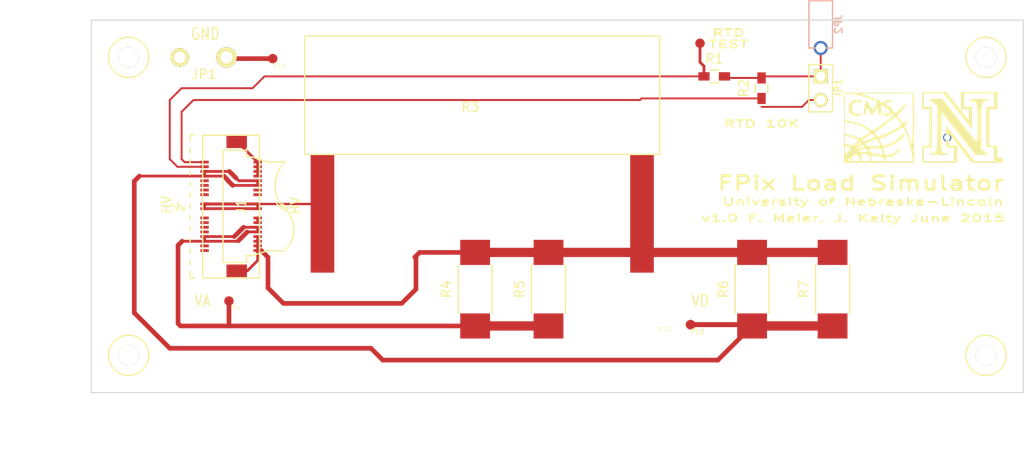
<source format=kicad_pcb>
(kicad_pcb (version 4) (host pcbnew "(2015-03-04 BZR 5478)-product")

  (general
    (links 31)
    (no_connects 10)
    (area 39.639417 57.327799 150.050001 108.524)
    (thickness 1.6)
    (drawings 28)
    (tracks 114)
    (zones 0)
    (modules 23)
    (nets 6)
  )

  (page A3)
  (layers
    (0 F.Cu signal)
    (1 Inner2.Cu power)
    (2 Inner1.Cu power)
    (31 B.Cu signal)
    (33 F.Adhes user)
    (35 F.Paste user)
    (37 F.SilkS user)
    (39 F.Mask user)
    (40 Dwgs.User user)
    (44 Edge.Cuts user)
  )

  (setup
    (last_trace_width 0.3)
    (user_trace_width 0.3)
    (user_trace_width 0.5)
    (user_trace_width 1)
    (trace_clearance 0.2)
    (zone_clearance 0.508)
    (zone_45_only no)
    (trace_min 0.1524)
    (segment_width 0.1524)
    (edge_width 0.1)
    (via_size 0.889)
    (via_drill 0.635)
    (via_min_size 0.889)
    (via_min_drill 0.508)
    (uvia_size 0.508)
    (uvia_drill 0.127)
    (uvias_allowed no)
    (uvia_min_size 0.508)
    (uvia_min_drill 0.127)
    (pcb_text_width 0.3)
    (pcb_text_size 1.27 0.762)
    (mod_edge_width 0.15)
    (mod_text_size 1 1)
    (mod_text_width 0.15)
    (pad_size 2.54 12.7)
    (pad_drill 0)
    (pad_to_mask_clearance 0)
    (aux_axis_origin 0 0)
    (visible_elements 7FFFF7FF)
    (pcbplotparams
      (layerselection 0x00030_80000001)
      (usegerberextensions false)
      (excludeedgelayer true)
      (linewidth 0.150000)
      (plotframeref false)
      (viasonmask false)
      (mode 1)
      (useauxorigin false)
      (hpglpennumber 1)
      (hpglpenspeed 20)
      (hpglpendiameter 15)
      (hpglpenoverlay 2)
      (psnegative false)
      (psa4output false)
      (plotreference true)
      (plotvalue true)
      (plotinvisibletext false)
      (padsonsilk false)
      (subtractmaskfromsilk false)
      (outputformat 5)
      (mirror false)
      (drillshape 0)
      (scaleselection 1)
      (outputdirectory ""))
  )

  (net 0 "")
  (net 1 GND)
  (net 2 HV)
  (net 3 N-0000016)
  (net 4 VA)
  (net 5 VD)

  (net_class Default "This is the default net class."
    (clearance 0.2)
    (trace_width 0.20828)
    (via_dia 0.889)
    (via_drill 0.635)
    (uvia_dia 0.508)
    (uvia_drill 0.127)
    (add_net N-0000016)
  )

  (net_class 115Ohm ""
    (clearance 0.1778)
    (trace_width 0.20828)
    (via_dia 0.889)
    (via_drill 0.635)
    (uvia_dia 0.508)
    (uvia_drill 0.127)
  )

  (net_class 60Ohm ""
    (clearance 0.1778)
    (trace_width 0.6858)
    (via_dia 0.889)
    (via_drill 0.635)
    (uvia_dia 0.508)
    (uvia_drill 0.127)
  )

  (net_class FAT ""
    (clearance 0.2)
    (trace_width 1)
    (via_dia 0.889)
    (via_drill 0.635)
    (uvia_dia 0.508)
    (uvia_drill 0.127)
  )

  (net_class HV ""
    (clearance 0.508)
    (trace_width 0.254)
    (via_dia 0.889)
    (via_drill 0.635)
    (uvia_dia 0.508)
    (uvia_drill 0.127)
    (add_net HV)
  )

  (net_class power ""
    (clearance 0.198)
    (trace_width 0.3)
    (via_dia 0.889)
    (via_drill 0.635)
    (uvia_dia 0.508)
    (uvia_drill 0.127)
    (add_net GND)
    (add_net VA)
    (add_net VD)
  )

  (module testpad (layer F.Cu) (tedit 55830AA4) (tstamp 558CBD83)
    (at 110.744 92.456)
    (path /527C4872)
    (fp_text reference P10 (at 0.75 0.75 180) (layer F.SilkS)
      (effects (font (size 0.5 0.5) (thickness 0.05)))
    )
    (fp_text value VD (at 0 -1) (layer F.SilkS) hide
      (effects (font (size 0.5 0.5) (thickness 0.05)))
    )
    (pad 1 smd circle (at 4.572 -29.972) (size 1.016 1.016) (layers F.Cu F.Paste F.Mask)
      (net 5 VD))
  )

  (module testpad (layer F.Cu) (tedit 527C4C5A) (tstamp 558CBD7F)
    (at 114.3 92.71)
    (path /527C4872)
    (fp_text reference P10 (at 0.75 0.75 180) (layer F.SilkS)
      (effects (font (size 0.5 0.5) (thickness 0.05)))
    )
    (fp_text value VD (at 0 -1) (layer F.SilkS) hide
      (effects (font (size 0.5 0.5) (thickness 0.05)))
    )
    (pad 1 smd circle (at 0 0) (size 1.016 1.016) (layers F.Cu F.Paste F.Mask)
      (net 5 VD))
  )

  (module testpad (layer F.Cu) (tedit 527C4C5A) (tstamp 558CBD77)
    (at 114.3 92.71)
    (path /527C4872)
    (fp_text reference P10 (at 0.75 0.75 180) (layer F.SilkS)
      (effects (font (size 0.5 0.5) (thickness 0.05)))
    )
    (fp_text value VD (at 0 -1) (layer F.SilkS) hide
      (effects (font (size 0.5 0.5) (thickness 0.05)))
    )
    (pad 1 smd circle (at 0 0) (size 1.016 1.016) (layers F.Cu F.Paste F.Mask)
      (net 5 VD))
  )

  (module Resistors_SMD:R_2512_HandSoldering (layer F.Cu) (tedit 5581DA37) (tstamp 55825DDF)
    (at 120.904 88.9 90)
    (descr "Resistor SMD 2512, hand soldering")
    (tags "resistor 2512")
    (attr smd)
    (fp_text reference R6 (at 0 -3.1 90) (layer F.SilkS)
      (effects (font (size 1 1) (thickness 0.15)))
    )
    (fp_text value R_2512_HandSoldering (at 0 3.1 90) (layer F.Fab)
      (effects (font (size 1 1) (thickness 0.15)))
    )
    (fp_line (start -5.6 -1.95) (end 5.6 -1.95) (layer F.CrtYd) (width 0.05))
    (fp_line (start -5.6 1.95) (end 5.6 1.95) (layer F.CrtYd) (width 0.05))
    (fp_line (start -5.6 -1.95) (end -5.6 1.95) (layer F.CrtYd) (width 0.05))
    (fp_line (start 5.6 -1.95) (end 5.6 1.95) (layer F.CrtYd) (width 0.05))
    (fp_line (start 2.6 1.825) (end -2.6 1.825) (layer F.SilkS) (width 0.15))
    (fp_line (start -2.6 -1.825) (end 2.6 -1.825) (layer F.SilkS) (width 0.15))
    (pad 1 smd rect (at -3.95 0 90) (size 2.7 3.2) (layers F.Cu F.Paste F.Mask))
    (pad 2 smd rect (at 3.95 0 90) (size 2.7 3.2) (layers F.Cu F.Paste F.Mask))
    (model Resistors_SMD.3dshapes/R_2512_HandSoldering.wrl
      (at (xyz 0 0 0))
      (scale (xyz 1 1 1))
      (rotate (xyz 0 0 0))
    )
  )

  (module Resistors_SMD:R_2512_HandSoldering (layer F.Cu) (tedit 5581DA29) (tstamp 55825DC3)
    (at 99.06 88.9 90)
    (descr "Resistor SMD 2512, hand soldering")
    (tags "resistor 2512")
    (attr smd)
    (fp_text reference R5 (at 0 -3.1 90) (layer F.SilkS)
      (effects (font (size 1 1) (thickness 0.15)))
    )
    (fp_text value R_2512_HandSoldering (at 0 3.1 90) (layer F.Fab)
      (effects (font (size 1 1) (thickness 0.15)))
    )
    (fp_line (start -5.6 -1.95) (end 5.6 -1.95) (layer F.CrtYd) (width 0.05))
    (fp_line (start -5.6 1.95) (end 5.6 1.95) (layer F.CrtYd) (width 0.05))
    (fp_line (start -5.6 -1.95) (end -5.6 1.95) (layer F.CrtYd) (width 0.05))
    (fp_line (start 5.6 -1.95) (end 5.6 1.95) (layer F.CrtYd) (width 0.05))
    (fp_line (start 2.6 1.825) (end -2.6 1.825) (layer F.SilkS) (width 0.15))
    (fp_line (start -2.6 -1.825) (end 2.6 -1.825) (layer F.SilkS) (width 0.15))
    (pad 1 smd rect (at -3.95 0 90) (size 2.7 3.2) (layers F.Cu F.Paste F.Mask))
    (pad 2 smd rect (at 3.95 0 90) (size 2.7 3.2) (layers F.Cu F.Paste F.Mask))
    (model Resistors_SMD.3dshapes/R_2512_HandSoldering.wrl
      (at (xyz 0 0 0))
      (scale (xyz 1 1 1))
      (rotate (xyz 0 0 0))
    )
  )

  (module Resistors_SMD:R_2512_HandSoldering (layer F.Cu) (tedit 5581DA4A) (tstamp 55825DA7)
    (at 129.54 88.9 90)
    (descr "Resistor SMD 2512, hand soldering")
    (tags "resistor 2512")
    (attr smd)
    (fp_text reference R7 (at 0 -3.1 90) (layer F.SilkS)
      (effects (font (size 1 1) (thickness 0.15)))
    )
    (fp_text value R_2512_HandSoldering (at 0 3.1 90) (layer F.Fab)
      (effects (font (size 1 1) (thickness 0.15)))
    )
    (fp_line (start -5.6 -1.95) (end 5.6 -1.95) (layer F.CrtYd) (width 0.05))
    (fp_line (start -5.6 1.95) (end 5.6 1.95) (layer F.CrtYd) (width 0.05))
    (fp_line (start -5.6 -1.95) (end -5.6 1.95) (layer F.CrtYd) (width 0.05))
    (fp_line (start 5.6 -1.95) (end 5.6 1.95) (layer F.CrtYd) (width 0.05))
    (fp_line (start 2.6 1.825) (end -2.6 1.825) (layer F.SilkS) (width 0.15))
    (fp_line (start -2.6 -1.825) (end 2.6 -1.825) (layer F.SilkS) (width 0.15))
    (pad 1 smd rect (at -3.95 0 90) (size 2.7 3.2) (layers F.Cu F.Paste F.Mask))
    (pad 2 smd rect (at 3.95 0 90) (size 2.7 3.2) (layers F.Cu F.Paste F.Mask))
    (model Resistors_SMD.3dshapes/R_2512_HandSoldering.wrl
      (at (xyz 0 0 0))
      (scale (xyz 1 1 1))
      (rotate (xyz 0 0 0))
    )
  )

  (module PIN_ARRAY_2X1 (layer B.Cu) (tedit 557F8297) (tstamp 557F81CF)
    (at 128.27 60.452 90)
    (descr "Connecteurs 2 pins")
    (tags "CONN DEV")
    (path /52FBF845)
    (fp_text reference JP2 (at 0 1.905 90) (layer B.SilkS)
      (effects (font (size 0.762 0.762) (thickness 0.1524)) (justify mirror))
    )
    (fp_text value JUMPER (at 0 1.905 90) (layer B.SilkS) hide
      (effects (font (size 0.762 0.762) (thickness 0.1524)) (justify mirror))
    )
    (fp_line (start -2.54 -1.27) (end -2.54 1.27) (layer B.SilkS) (width 0.1524))
    (fp_line (start -2.54 1.27) (end 2.54 1.27) (layer B.SilkS) (width 0.1524))
    (fp_line (start 2.54 1.27) (end 2.54 -1.27) (layer B.SilkS) (width 0.1524))
    (fp_line (start 2.54 -1.27) (end -2.54 -1.27) (layer B.SilkS) (width 0.1524))
    (pad 2 thru_hole circle (at -2.54 0 90) (size 1.524 1.524) (drill 1.016) (layers *.Cu *.Mask)
      (net 3 N-0000016))
    (model pin_array/pins_array_2x1.wrl
      (at (xyz 0 0 0))
      (scale (xyz 1 1 1))
      (rotate (xyz 0 0 0))
    )
  )

  (module testpad (layer F.Cu) (tedit 527C4C5A) (tstamp 5581D8A8)
    (at 64.77 90.17)
    (path /527C48A6)
    (fp_text reference P4 (at 0.75 0.75 180) (layer F.SilkS)
      (effects (font (size 0.5 0.5) (thickness 0.05)))
    )
    (fp_text value VA (at 0 -1) (layer F.SilkS) hide
      (effects (font (size 0.5 0.5) (thickness 0.05)))
    )
    (pad 1 smd circle (at 0 0) (size 1.016 1.016) (layers F.Cu F.Paste F.Mask)
      (net 4 VA))
  )

  (module SMK20hv (layer F.Cu) (tedit 5581E0BE) (tstamp 53629DB7)
    (at 65 80 270)
    (path /526C1CFC)
    (fp_text reference J1 (at 0.06 -1.1 270) (layer F.SilkS)
      (effects (font (size 1 1) (thickness 0.15)))
    )
    (fp_text value CONN-SMK20 (at -0.19 0.9 270) (layer F.SilkS) hide
      (effects (font (size 1 1) (thickness 0.15)))
    )
    (fp_line (start -1.4 4.4) (end -1 4.4) (layer F.SilkS) (width 0.15))
    (fp_line (start -2.6 4.4) (end -2.2 4.4) (layer F.SilkS) (width 0.15))
    (fp_line (start -3.8 4.4) (end -3.4 4.4) (layer F.SilkS) (width 0.15))
    (fp_line (start -5 4.4) (end -4.6 4.4) (layer F.SilkS) (width 0.15))
    (fp_line (start -6.2 4.4) (end -5.8 4.4) (layer F.SilkS) (width 0.15))
    (fp_line (start -7.7 4.4) (end -7 4.4) (layer F.SilkS) (width 0.15))
    (fp_line (start 7 4.4) (end 7.7 4.4) (layer F.SilkS) (width 0.15))
    (fp_line (start 5.8 4.4) (end 6.2 4.4) (layer F.SilkS) (width 0.15))
    (fp_line (start 4.6 4.4) (end 5 4.4) (layer F.SilkS) (width 0.15))
    (fp_line (start -7.7 4.4) (end -7.7 3.9) (layer F.SilkS) (width 0.15))
    (fp_line (start 7.7 4.4) (end 7.7 3.9) (layer F.SilkS) (width 0.15))
    (fp_line (start 3.4 4.4) (end 3.8 4.4) (layer F.SilkS) (width 0.15))
    (fp_line (start 2.2 4.4) (end 2.6 4.4) (layer F.SilkS) (width 0.15))
    (fp_line (start 1 4.4) (end 1.4 4.4) (layer F.SilkS) (width 0.15))
    (fp_line (start -0.2 4.4) (end 0.2 4.4) (layer F.SilkS) (width 0.15))
    (fp_arc (start 2.5 -3.7) (end 0.4 -5.9) (angle 90) (layer F.SilkS) (width 0.15))
    (fp_arc (start -2.2 -8.4) (end 0.4 -5.8) (angle 90) (layer F.SilkS) (width 0.15))
    (fp_line (start 6.04 0.85) (end 6.04 -1.65) (layer F.SilkS) (width 0.15))
    (fp_line (start 6.03 -1.65) (end 5.29 -1.65) (layer F.SilkS) (width 0.15))
    (fp_line (start 5.29 -2.33) (end 5.29 -1.64) (layer F.SilkS) (width 0.15))
    (fp_line (start 5.26 -2.4) (end 4.77 -3.86) (layer F.SilkS) (width 0.15))
    (fp_line (start 4.77 -3.87) (end 4.77 -5.71) (layer F.SilkS) (width 0.15))
    (fp_line (start -5.26 -2.4) (end -4.77 -3.86) (layer F.SilkS) (width 0.15))
    (fp_line (start -4.77 -3.86) (end -4.77 -5.7) (layer F.SilkS) (width 0.15))
    (fp_line (start -6.03 -1.64) (end -5.29 -1.64) (layer F.SilkS) (width 0.15))
    (fp_line (start -5.29 -2.33) (end -5.29 -1.64) (layer F.SilkS) (width 0.15))
    (fp_line (start -6.04 -1.65) (end -6.04 0.85) (layer F.SilkS) (width 0.15))
    (fp_line (start -6.04 0.87) (end 6.03 0.87) (layer F.SilkS) (width 0.15))
    (fp_line (start -7.65 3.05) (end 7.7 3.05) (layer F.SilkS) (width 0.15))
    (fp_line (start 7.7 3.05) (end 7.7 -3.05) (layer F.SilkS) (width 0.15))
    (fp_line (start 7.7 -3.05) (end -7.65 -3.05) (layer F.SilkS) (width 0.15))
    (fp_line (start -7.65 -3.05) (end -7.65 3.05) (layer F.SilkS) (width 0.15))
    (pad 1 smd rect (at -4.75 2.85 270) (size 0.3 0.9) (layers F.Cu F.Paste F.Mask))
    (pad 2 smd rect (at -4.75 -2.85 270) (size 0.3 0.9) (layers F.Cu F.Paste F.Mask)
      (net 1 GND))
    (pad 3 smd rect (at -4.25 2.85 270) (size 0.3 0.9) (layers F.Cu F.Paste F.Mask))
    (pad 4 smd rect (at -4.25 -2.85 270) (size 0.3 0.9) (layers F.Cu F.Paste F.Mask)
      (net 1 GND))
    (pad 5 smd rect (at -3.75 2.85 270) (size 0.3 0.9) (layers F.Cu F.Paste F.Mask)
      (net 5 VD))
    (pad 6 smd rect (at -3.75 -2.85 270) (size 0.3 0.9) (layers F.Cu F.Paste F.Mask)
      (net 1 GND))
    (pad 7 smd rect (at -3.25 2.85 270) (size 0.3 0.9) (layers F.Cu F.Paste F.Mask)
      (net 5 VD))
    (pad 8 smd rect (at -3.25 -2.85 270) (size 0.3 0.9) (layers F.Cu F.Paste F.Mask)
      (net 1 GND))
    (pad 9 smd rect (at -2.75 2.85 270) (size 0.3 0.9) (layers F.Cu F.Paste F.Mask))
    (pad 10 smd rect (at -2.75 -2.85 270) (size 0.3 0.9) (layers F.Cu F.Paste F.Mask)
      (net 5 VD))
    (pad 11 smd rect (at -2.25 2.85 270) (size 0.3 0.9) (layers F.Cu F.Paste F.Mask))
    (pad 12 smd rect (at -2.25 -2.85 270) (size 0.3 0.9) (layers F.Cu F.Paste F.Mask)
      (net 5 VD))
    (pad 13 smd rect (at -1.75 2.85 270) (size 0.3 0.9) (layers F.Cu F.Paste F.Mask))
    (pad 14 smd rect (at -1.75 -2.85 270) (size 0.3 0.9) (layers F.Cu F.Paste F.Mask)
      (net 1 GND))
    (pad 15 smd rect (at -1.25 2.85 270) (size 0.3 0.9) (layers F.Cu F.Paste F.Mask))
    (pad 16 smd rect (at -1.25 -2.85 270) (size 0.3 0.9) (layers F.Cu F.Paste F.Mask)
      (net 1 GND))
    (pad 19 smd rect (at -0.25 2.85 270) (size 0.3 0.9) (layers F.Cu F.Paste F.Mask)
      (net 2 HV))
    (pad 20 smd rect (at -0.25 -2.85 270) (size 0.3 0.9) (layers F.Cu F.Paste F.Mask)
      (net 2 HV))
    (pad 21 smd rect (at 0.25 2.85 270) (size 0.3 0.9) (layers F.Cu F.Paste F.Mask)
      (net 2 HV))
    (pad 22 smd rect (at 0.25 -2.85 270) (size 0.3 0.9) (layers F.Cu F.Paste F.Mask)
      (net 2 HV))
    (pad 25 smd rect (at 1.25 2.85 270) (size 0.3 0.9) (layers F.Cu F.Paste F.Mask))
    (pad 26 smd rect (at 1.25 -2.85 270) (size 0.3 0.9) (layers F.Cu F.Paste F.Mask)
      (net 1 GND))
    (pad 27 smd rect (at 1.75 2.85 270) (size 0.3 0.9) (layers F.Cu F.Paste F.Mask))
    (pad 28 smd rect (at 1.75 -2.85 270) (size 0.3 0.9) (layers F.Cu F.Paste F.Mask)
      (net 1 GND))
    (pad 29 smd rect (at 2.25 2.85 270) (size 0.3 0.9) (layers F.Cu F.Paste F.Mask))
    (pad 30 smd rect (at 2.25 -2.85 270) (size 0.3 0.9) (layers F.Cu F.Paste F.Mask)
      (net 4 VA))
    (pad 31 smd rect (at 2.75 2.85 270) (size 0.3 0.9) (layers F.Cu F.Paste F.Mask))
    (pad 32 smd rect (at 2.75 -2.85 270) (size 0.3 0.9) (layers F.Cu F.Paste F.Mask)
      (net 4 VA))
    (pad 33 smd rect (at 3.25 2.85 270) (size 0.3 0.9) (layers F.Cu F.Paste F.Mask)
      (net 4 VA))
    (pad 34 smd rect (at 3.25 -2.85 270) (size 0.3 0.9) (layers F.Cu F.Paste F.Mask)
      (net 1 GND))
    (pad 35 smd rect (at 3.75 2.85 270) (size 0.3 0.9) (layers F.Cu F.Paste F.Mask)
      (net 4 VA))
    (pad 36 smd rect (at 3.75 -2.85 270) (size 0.3 0.9) (layers F.Cu F.Paste F.Mask)
      (net 1 GND))
    (pad 37 smd rect (at 4.25 2.85 270) (size 0.3 0.9) (layers F.Cu F.Paste F.Mask))
    (pad 38 smd rect (at 4.25 -2.85 270) (size 0.3 0.9) (layers F.Cu F.Paste F.Mask)
      (net 1 GND))
    (pad 39 smd rect (at 4.75 2.85 270) (size 0.3 0.9) (layers F.Cu F.Paste F.Mask))
    (pad 40 smd rect (at 4.75 -2.85 270) (size 0.3 0.9) (layers F.Cu F.Paste F.Mask)
      (net 1 GND))
    (pad 41 smd rect (at -6.93 -0.6 270) (size 1.35 2.2) (layers F.Cu F.Paste F.Mask)
      (net 1 GND))
    (pad 42 smd rect (at 6.925 -0.6 270) (size 1.35 2.2) (layers F.Cu F.Paste F.Mask)
      (net 1 GND))
  )

  (module testpad (layer F.Cu) (tedit 527C4C5A) (tstamp 53629D0F)
    (at 69.469 64.135)
    (path /527C4A35)
    (fp_text reference P14 (at 0.75 0.75 180) (layer F.SilkS)
      (effects (font (size 0.5 0.5) (thickness 0.05)))
    )
    (fp_text value GND (at 0 -1) (layer F.SilkS) hide
      (effects (font (size 0.5 0.5) (thickness 0.05)))
    )
    (pad 1 smd circle (at 0 0) (size 1.016 1.016) (layers F.Cu F.Paste F.Mask)
      (net 1 GND))
  )

  (module HarwinShortLnk (layer F.Cu) (tedit 5362926F) (tstamp 53629FA4)
    (at 62 64)
    (path /526EC969)
    (fp_text reference JP1 (at 0.1 1.8) (layer F.SilkS)
      (effects (font (size 1 1) (thickness 0.15)))
    )
    (fp_text value JUMPER (at 0.1 -1.4) (layer F.SilkS) hide
      (effects (font (size 1 1) (thickness 0.15)))
    )
    (pad 1 thru_hole circle (at -2.5 0) (size 2 2) (drill 1.25) (layers *.Cu *.Mask F.SilkS)
      (net 1 GND))
    (pad 2 thru_hole circle (at 2.5 0) (size 2.2 2.2) (drill 1.3) (layers *.Cu *.Mask F.SilkS)
      (net 1 GND))
  )

  (module lochM2 (layer F.Cu) (tedit 527FACF8) (tstamp 5362DD99)
    (at 54 64)
    (fp_text reference loch (at 0.15 -0.5) (layer F.SilkS) hide
      (effects (font (size 1 1) (thickness 0.15)))
    )
    (fp_text value M2 (at 0.05 0.9) (layer F.SilkS) hide
      (effects (font (size 1 1) (thickness 0.15)))
    )
    (fp_circle (center 0 0) (end 1.6 -1.45) (layer F.SilkS) (width 0.15))
    (pad 1 thru_hole circle (at 0 0) (size 2.2 2.2) (drill 2.2) (layers *.Cu *.Mask F.SilkS))
  )

  (module testpad (layer F.Cu) (tedit 527C4C5A) (tstamp 53629D23)
    (at 114.3 92.71)
    (path /527C4872)
    (fp_text reference P10 (at 0.75 0.75 180) (layer F.SilkS)
      (effects (font (size 0.5 0.5) (thickness 0.05)))
    )
    (fp_text value VD (at 0 -1) (layer F.SilkS) hide
      (effects (font (size 0.5 0.5) (thickness 0.05)))
    )
    (pad 1 smd circle (at 0 0) (size 1.016 1.016) (layers F.Cu F.Paste F.Mask)
      (net 5 VD))
  )

  (module PIN_ARRAY_2X1 (layer F.Cu) (tedit 5581E0A9) (tstamp 557F83FA)
    (at 128.27 67.31 270)
    (descr "Connecteurs 2 pins")
    (tags "CONN DEV")
    (path /52FBF845)
    (fp_text reference JP1 (at 0 -1.905 270) (layer F.SilkS)
      (effects (font (size 0.762 0.762) (thickness 0.1524)))
    )
    (fp_text value JUMPER (at 0 -1.905 270) (layer F.SilkS) hide
      (effects (font (size 0.762 0.762) (thickness 0.1524)))
    )
    (fp_line (start -2.54 1.27) (end -2.54 -1.27) (layer F.SilkS) (width 0.1524))
    (fp_line (start -2.54 -1.27) (end 2.54 -1.27) (layer F.SilkS) (width 0.1524))
    (fp_line (start 2.54 -1.27) (end 2.54 1.27) (layer F.SilkS) (width 0.1524))
    (fp_line (start 2.54 1.27) (end -2.54 1.27) (layer F.SilkS) (width 0.1524))
    (pad 1 thru_hole rect (at -1.27 0 270) (size 1.524 1.524) (drill 1.016) (layers *.Cu *.Mask F.SilkS))
    (pad 2 thru_hole circle (at 1.27 0 270) (size 1.524 1.524) (drill 1.016) (layers *.Cu *.Mask F.SilkS)
      (net 3 N-0000016))
    (model pin_array/pins_array_2x1.wrl
      (at (xyz 0 0 0))
      (scale (xyz 1 1 1))
      (rotate (xyz 0 0 0))
    )
  )

  (module lochM2 (layer F.Cu) (tedit 527FACF8) (tstamp 5362DD78)
    (at 146 64)
    (fp_text reference loch (at 0.15 -0.5) (layer F.SilkS) hide
      (effects (font (size 1 1) (thickness 0.15)))
    )
    (fp_text value M2 (at 0.05 0.9) (layer F.SilkS) hide
      (effects (font (size 1 1) (thickness 0.15)))
    )
    (fp_circle (center 0 0) (end 1.6 -1.45) (layer F.SilkS) (width 0.15))
    (pad 1 thru_hole circle (at 0 0) (size 2.2 2.2) (drill 2.2) (layers *.Cu *.Mask F.SilkS))
  )

  (module lochM2 (layer F.Cu) (tedit 527FACF8) (tstamp 5362DD83)
    (at 146 96)
    (fp_text reference loch (at 0.15 -0.5) (layer F.SilkS) hide
      (effects (font (size 1 1) (thickness 0.15)))
    )
    (fp_text value M2 (at 0.05 0.9) (layer F.SilkS) hide
      (effects (font (size 1 1) (thickness 0.15)))
    )
    (fp_circle (center 0 0) (end 1.6 -1.45) (layer F.SilkS) (width 0.15))
    (pad 1 thru_hole circle (at 0 0) (size 2.2 2.2) (drill 2.2) (layers *.Cu *.Mask F.SilkS))
  )

  (module lochM2 (layer F.Cu) (tedit 527FACF8) (tstamp 5362DD8E)
    (at 54 96)
    (fp_text reference loch (at 0.15 -0.5) (layer F.SilkS) hide
      (effects (font (size 1 1) (thickness 0.15)))
    )
    (fp_text value M2 (at 0.05 0.9) (layer F.SilkS) hide
      (effects (font (size 1 1) (thickness 0.15)))
    )
    (fp_circle (center 0 0) (end 1.6 -1.45) (layer F.SilkS) (width 0.15))
    (pad 1 thru_hole circle (at 0 0) (size 2.2 2.2) (drill 2.2) (layers *.Cu *.Mask F.SilkS))
  )

  (module LOGO (layer F.Cu) (tedit 0) (tstamp 5581D0CD)
    (at 134.486 71.514)
    (fp_text reference G*** (at 0 4.572) (layer F.SilkS) hide
      (effects (font (thickness 0.3048)))
    )
    (fp_text value LOGO (at 0 -4.572) (layer F.SilkS) hide
      (effects (font (thickness 0.3048)))
    )
    (fp_poly (pts (xy 3.81 3.81) (xy 3.66268 3.81) (xy 3.66268 -0.76454) (xy 3.66268 -1.41224)
      (xy 3.6576 -1.92786) (xy 3.6322 -3.64236) (xy 0.82042 -3.63728) (xy -1.99136 -3.63474)
      (xy -1.397 -3.43662) (xy -1.03124 -3.30962) (xy -0.66548 -3.16992) (xy -0.40386 -3.06324)
      (xy -0.1778 -2.97434) (xy -0.03302 -2.9337) (xy 0 -2.94132) (xy 0.04826 -2.92862)
      (xy 0.1651 -2.81686) (xy 0.17018 -2.81178) (xy 0.33274 -2.66192) (xy 0.45212 -2.64668)
      (xy 0.58928 -2.76606) (xy 0.61468 -2.794) (xy 0.7874 -2.91084) (xy 1.01854 -2.96418)
      (xy 1.23952 -2.95148) (xy 1.38938 -2.8702) (xy 1.4097 -2.83464) (xy 1.4224 -2.6797)
      (xy 1.32334 -2.63652) (xy 1.17602 -2.69494) (xy 0.98552 -2.76098) (xy 0.87122 -2.6797)
      (xy 0.84582 -2.53746) (xy 0.9271 -2.37744) (xy 1.143 -2.25044) (xy 1.35128 -2.13106)
      (xy 1.47828 -1.99644) (xy 1.48844 -1.97358) (xy 1.61036 -1.68402) (xy 1.74498 -1.5494)
      (xy 1.75006 -1.54686) (xy 1.84658 -1.59004) (xy 2.02438 -1.73228) (xy 2.25552 -1.9431)
      (xy 2.35966 -2.0447) (xy 2.64668 -2.31648) (xy 2.83972 -2.4638) (xy 2.95148 -2.49428)
      (xy 2.9718 -2.48158) (xy 2.97434 -2.3876) (xy 2.86512 -2.21742) (xy 2.63398 -1.9558)
      (xy 2.54508 -1.86436) (xy 2.31394 -1.62306) (xy 2.13614 -1.43002) (xy 2.03962 -1.31318)
      (xy 2.032 -1.2954) (xy 2.07772 -1.20904) (xy 2.1971 -1.0287) (xy 2.3368 -0.83312)
      (xy 2.50952 -0.60706) (xy 2.62128 -0.50038) (xy 2.7051 -0.49022) (xy 2.78892 -0.54864)
      (xy 2.9464 -0.65024) (xy 3.08102 -0.67564) (xy 3.13182 -0.61976) (xy 3.07848 -0.52324)
      (xy 2.96418 -0.38354) (xy 2.79654 -0.20574) (xy 3.08864 0.46736) (xy 3.24104 0.84074)
      (xy 3.3782 1.21412) (xy 3.47726 1.52146) (xy 3.48742 1.56464) (xy 3.53314 1.73228)
      (xy 3.56362 1.8161) (xy 3.58648 1.80086) (xy 3.60426 1.67132) (xy 3.6195 1.4097)
      (xy 3.63474 0.99568) (xy 3.63982 0.889) (xy 3.65252 0.43688) (xy 3.66014 -0.13208)
      (xy 3.66268 -0.76454) (xy 3.66268 3.81) (xy 3.66014 3.81) (xy 3.66014 3.63982)
      (xy 3.59918 3.0861) (xy 3.53568 2.667) (xy 3.43662 2.19456) (xy 3.30708 1.7018)
      (xy 3.1623 1.2192) (xy 3.00736 0.77724) (xy 2.86004 0.41402) (xy 2.72288 0.15494)
      (xy 2.62382 0.04064) (xy 2.51714 0.05842) (xy 2.41808 0.10668) (xy 2.41808 -0.23114)
      (xy 2.39776 -0.3429) (xy 2.286 -0.53594) (xy 2.1971 -0.6731) (xy 2.02946 -0.89916)
      (xy 1.89484 -1.0541) (xy 1.8288 -1.10236) (xy 1.73228 -1.05156) (xy 1.58242 -0.94996)
      (xy 1.58242 -1.38684) (xy 1.5748 -1.42748) (xy 1.48844 -1.46812) (xy 1.3335 -1.38938)
      (xy 1.29286 -1.35636) (xy 1.04902 -1.22428) (xy 0.80772 -1.19126) (xy 0.61468 -1.24968)
      (xy 0.51308 -1.39446) (xy 0.508 -1.45034) (xy 0.52578 -1.58242) (xy 0.60452 -1.59258)
      (xy 0.75184 -1.5113) (xy 0.9525 -1.45288) (xy 1.11506 -1.51892) (xy 1.18364 -1.68656)
      (xy 1.18364 -1.6891) (xy 1.09982 -1.86182) (xy 0.84582 -2.032) (xy 0.64262 -2.15138)
      (xy 0.5207 -2.25044) (xy 0.508 -2.28092) (xy 0.43942 -2.36982) (xy 0.3683 -2.40792)
      (xy 0.29718 -2.41808) (xy 0.26162 -2.35966) (xy 0.25654 -2.19964) (xy 0.2794 -1.905)
      (xy 0.28448 -1.8669) (xy 0.30734 -1.55448) (xy 0.30734 -1.37668) (xy 0.27178 -1.29286)
      (xy 0.20066 -1.27254) (xy 0.18288 -1.27) (xy 0.08636 -1.30556) (xy 0.01524 -1.43256)
      (xy -0.04318 -1.6891) (xy -0.05334 -1.75768) (xy -0.13462 -2.24536) (xy -0.381 -1.75768)
      (xy -0.51816 -1.50876) (xy -0.63246 -1.3335) (xy -0.69596 -1.27) (xy -0.76708 -1.34112)
      (xy -0.88138 -1.524) (xy -0.99568 -1.74244) (xy -1.12522 -1.9939) (xy -1.20142 -2.1082)
      (xy -1.24968 -2.10566) (xy -1.2827 -2.0193) (xy -1.32588 -1.78816) (xy -1.34874 -1.54686)
      (xy -1.39192 -1.36144) (xy -1.47828 -1.26746) (xy -1.56464 -1.2827) (xy -1.61036 -1.42494)
      (xy -1.61036 -1.44526) (xy -1.59512 -1.66624) (xy -1.55956 -1.96088) (xy -1.50622 -2.28346)
      (xy -1.45034 -2.58318) (xy -1.39446 -2.80924) (xy -1.35382 -2.91084) (xy -1.2827 -2.88544)
      (xy -1.1684 -2.73812) (xy -1.07188 -2.57302) (xy -0.92964 -2.30632) (xy -0.79756 -2.08534)
      (xy -0.74168 -2.00152) (xy -0.66548 -1.92024) (xy -0.59944 -1.92786) (xy -0.508 -2.04978)
      (xy -0.39624 -2.24282) (xy -0.27178 -2.47396) (xy -0.1905 -2.63652) (xy -0.17018 -2.68478)
      (xy -0.2413 -2.73558) (xy -0.42926 -2.8321) (xy -0.69088 -2.95656) (xy -0.7112 -2.96672)
      (xy -1.33604 -3.20802) (xy -2.04724 -3.41376) (xy -2.75336 -3.56362) (xy -3.10388 -3.60934)
      (xy -3.64236 -3.66522) (xy -3.64236 -2.21742) (xy -3.64236 -0.77216) (xy -3.32486 -0.71882)
      (xy -2.66446 -0.59436) (xy -2.12852 -0.44704) (xy -1.66878 -0.26162) (xy -1.24206 -0.02032)
      (xy -1.10236 0.07366) (xy -0.87376 0.21844) (xy -0.6985 0.31242) (xy -0.635 0.33528)
      (xy -0.53594 0.28702) (xy -0.33274 0.16002) (xy -0.05842 -0.0254) (xy 0.18034 -0.19304)
      (xy 0.70358 -0.57912) (xy 1.09728 -0.88138) (xy 1.36652 -1.10998) (xy 1.524 -1.27508)
      (xy 1.58242 -1.38684) (xy 1.58242 -0.94996) (xy 1.54178 -0.91948) (xy 1.29032 -0.72898)
      (xy 1.1938 -0.65278) (xy 0.85598 -0.38608) (xy 0.4953 -0.1143) (xy 0.18542 0.11176)
      (xy 0.16764 0.12446) (xy -0.07874 0.29972) (xy -0.27432 0.43942) (xy -0.3683 0.51308)
      (xy -0.37084 0.60706) (xy -0.30734 0.76962) (xy -0.2159 0.9271) (xy -0.13208 1.01346)
      (xy -0.12192 1.016) (xy -0.03302 0.98806) (xy 0.17526 0.9144) (xy 0.46482 0.8128)
      (xy 0.58928 0.76708) (xy 1.19634 0.51308) (xy 1.81864 0.1778) (xy 2.36474 -0.16256)
      (xy 2.41808 -0.23114) (xy 2.41808 0.10668) (xy 2.32918 0.1524) (xy 2.22758 0.2159)
      (xy 1.76784 0.4953) (xy 1.22428 0.77216) (xy 0.6731 1.00838) (xy 0.52832 1.06172)
      (xy 0.28448 1.15824) (xy 0.12192 1.24206) (xy 0.08382 1.2827) (xy 0.11684 1.39446)
      (xy 0.20066 1.59258) (xy 0.2286 1.65354) (xy 0.34036 1.85166) (xy 0.45212 1.92786)
      (xy 0.62738 1.92024) (xy 0.65024 1.9177) (xy 1.14046 1.778) (xy 1.64592 1.53162)
      (xy 2.09804 1.21666) (xy 2.3241 1.00076) (xy 2.55016 0.75438) (xy 2.6924 0.62992)
      (xy 2.76606 0.61214) (xy 2.79146 0.69596) (xy 2.794 0.74676) (xy 2.7178 0.96266)
      (xy 2.50952 1.21158) (xy 2.19964 1.47066) (xy 1.81356 1.71958) (xy 1.3843 1.93548)
      (xy 0.99314 2.08026) (xy 0.50546 2.23266) (xy 0.5588 2.53238) (xy 0.61214 2.78384)
      (xy 0.68326 2.91084) (xy 0.81026 2.95656) (xy 0.98044 2.96164) (xy 1.41224 2.88036)
      (xy 1.80594 2.63398) (xy 1.94056 2.50444) (xy 2.0955 2.35712) (xy 2.20472 2.286)
      (xy 2.21488 2.286) (xy 2.286 2.3368) (xy 2.2479 2.47396) (xy 2.11074 2.66446)
      (xy 2.00914 2.77114) (xy 1.60274 3.07086) (xy 1.17094 3.20548) (xy 1.00838 3.21564)
      (xy 0.83058 3.24104) (xy 0.76708 3.3401) (xy 0.762 3.429) (xy 0.762 3.63982)
      (xy 2.2098 3.63982) (xy 3.66014 3.63982) (xy 3.66014 3.81) (xy 0.508 3.81)
      (xy 0.508 3.43662) (xy 0.44704 3.25628) (xy 0.41402 3.2385) (xy 0.41402 2.87274)
      (xy 0.40132 2.7559) (xy 0.39116 2.69748) (xy 0.35306 2.4892) (xy 0.33782 2.35966)
      (xy 0.25908 2.3241) (xy 0.16764 2.3114) (xy 0.16764 1.98628) (xy 0.13462 1.8923)
      (xy 0.0508 1.7145) (xy -0.04826 1.51384) (xy -0.1397 1.3462) (xy -0.19304 1.27)
      (xy -0.29464 1.2954) (xy -0.42672 1.33604) (xy -0.42672 1.02362) (xy -0.47498 0.92456)
      (xy -0.55118 0.8128) (xy -0.61976 0.7366) (xy -0.6985 0.71882) (xy -0.8255 0.76454)
      (xy -0.93726 0.83058) (xy -0.93726 0.48514) (xy -0.93726 0.4826) (xy -1.0033 0.3937)
      (xy -1.18872 0.25908) (xy -1.45034 0.09906) (xy -1.7526 -0.0635) (xy -2.0574 -0.20574)
      (xy -2.18694 -0.25908) (xy -2.55016 -0.3683) (xy -2.95656 -0.45466) (xy -3.14198 -0.48006)
      (xy -3.64236 -0.5334) (xy -3.64236 0.1016) (xy -3.64236 0.7366) (xy -3.2385 0.78486)
      (xy -2.90068 0.85344) (xy -2.54508 0.9652) (xy -2.45618 1.0033) (xy -2.2225 1.10236)
      (xy -2.0574 1.16586) (xy -2.01676 1.17856) (xy -1.92024 1.14046) (xy -1.72212 1.03124)
      (xy -1.46558 0.8763) (xy -1.4478 0.86614) (xy -1.19634 0.70104) (xy -1.01346 0.56642)
      (xy -0.93726 0.48514) (xy -0.93726 0.83058) (xy -1.03378 0.889) (xy -1.22428 1.01092)
      (xy -1.47828 1.19126) (xy -1.65862 1.34366) (xy -1.72974 1.44018) (xy -1.7272 1.45288)
      (xy -1.62052 1.49352) (xy -1.5367 1.47574) (xy -1.3843 1.41732) (xy -1.13284 1.32588)
      (xy -0.91186 1.24714) (xy -0.65532 1.14808) (xy -0.48006 1.0668) (xy -0.42672 1.02362)
      (xy -0.42672 1.33604) (xy -0.50038 1.3589) (xy -0.75438 1.44018) (xy -1.0033 1.524)
      (xy -1.19126 1.59004) (xy -1.21158 1.59766) (xy -1.36906 1.67894) (xy -1.39446 1.778)
      (xy -1.35636 1.86182) (xy -1.29286 1.94564) (xy -1.18618 1.99644) (xy -0.99822 2.02184)
      (xy -0.69342 2.02946) (xy -0.54864 2.032) (xy -0.22352 2.02692) (xy 0.02286 2.01168)
      (xy 0.15494 1.9939) (xy 0.16764 1.98628) (xy 0.16764 2.3114) (xy 0.05334 2.2987)
      (xy -0.24384 2.286) (xy -0.34036 2.286) (xy -0.70866 2.29362) (xy -0.9271 2.32156)
      (xy -1.01346 2.3749) (xy -1.016 2.39014) (xy -0.97282 2.5527) (xy -0.83312 2.67462)
      (xy -0.56896 2.77368) (xy -0.33274 2.82956) (xy 0.03048 2.9083) (xy 0.25654 2.94386)
      (xy 0.37592 2.9337) (xy 0.41402 2.87274) (xy 0.41402 3.2385) (xy 0.3175 3.19024)
      (xy 0.10668 3.14706) (xy -0.16256 3.10388) (xy -0.43434 3.06578) (xy -0.65278 3.04038)
      (xy -0.762 3.03784) (xy -0.78232 3.12166) (xy -0.7747 3.29438) (xy -0.74422 3.47472)
      (xy -0.70866 3.57632) (xy -0.6096 3.6068) (xy -0.38862 3.62966) (xy -0.09398 3.63982)
      (xy -0.08128 3.63982) (xy 0.22606 3.63474) (xy 0.40386 3.61696) (xy 0.4826 3.57124)
      (xy 0.50546 3.48234) (xy 0.508 3.43662) (xy 0.508 3.81) (xy 0.04064 3.81)
      (xy -0.90932 3.81) (xy -0.90932 3.63982) (xy -0.96012 3.33248) (xy -1.0033 3.11912)
      (xy -1.04648 2.99212) (xy -1.05156 2.9845) (xy -1.15316 2.95148) (xy -1.18872 2.94386)
      (xy -1.18872 2.59334) (xy -1.25222 2.39268) (xy -1.42494 2.31648) (xy -1.524 2.32664)
      (xy -1.524 1.97866) (xy -1.57226 1.87706) (xy -1.72212 1.8923) (xy -1.86436 1.96342)
      (xy -1.86436 1.5875) (xy -1.91008 1.524) (xy -2.04216 1.59004) (xy -2.1717 1.70942)
      (xy -2.1717 1.35636) (xy -2.55016 1.18872) (xy -2.86766 1.07188) (xy -3.19786 0.98298)
      (xy -3.28676 0.9652) (xy -3.64236 0.90932) (xy -3.64236 1.34366) (xy -3.63728 1.59766)
      (xy -3.60426 1.7272) (xy -3.52044 1.77292) (xy -3.40868 1.778) (xy -3.1877 1.80848)
      (xy -3.048 1.86182) (xy -2.89814 1.9304) (xy -2.75844 1.90754) (xy -2.58318 1.77546)
      (xy -2.45872 1.651) (xy -2.1717 1.35636) (xy -2.1717 1.70942) (xy -2.2479 1.78308)
      (xy -2.25044 1.78816) (xy -2.49936 2.05232) (xy -2.18186 1.85166) (xy -1.99136 1.71704)
      (xy -1.87706 1.61036) (xy -1.86436 1.5875) (xy -1.86436 1.96342) (xy -1.98374 2.02692)
      (xy -2.00152 2.03708) (xy -2.19964 2.1717) (xy -2.28092 2.25806) (xy -2.24028 2.27584)
      (xy -2.13868 2.24536) (xy -1.9431 2.1844) (xy -1.75768 2.14122) (xy -1.59004 2.0701)
      (xy -1.524 1.97866) (xy -1.524 2.32664) (xy -1.5748 2.33426) (xy -1.8669 2.42316)
      (xy -2.0447 2.52222) (xy -2.08026 2.61366) (xy -2.08026 2.61874) (xy -1.97358 2.66446)
      (xy -1.77546 2.68732) (xy -1.53924 2.68478) (xy -1.32842 2.66192) (xy -1.20142 2.6162)
      (xy -1.18872 2.59334) (xy -1.18872 2.94386) (xy -1.36398 2.91338) (xy -1.49098 2.89814)
      (xy -1.88976 2.85242) (xy -1.83388 3.12928) (xy -1.79578 3.35788) (xy -1.78054 3.52044)
      (xy -1.778 3.52298) (xy -1.72212 3.59664) (xy -1.53416 3.63474) (xy -1.34366 3.63982)
      (xy -0.90932 3.63982) (xy -0.90932 3.81) (xy -2.01168 3.81) (xy -2.01168 3.63982)
      (xy -2.06756 3.36804) (xy -2.13614 3.12166) (xy -2.24282 3.01498) (xy -2.3876 3.01752)
      (xy -2.3876 2.76098) (xy -2.4003 2.73558) (xy -2.5019 2.72542) (xy -2.51206 2.73558)
      (xy -2.5019 2.78638) (xy -2.45618 2.794) (xy -2.3876 2.76098) (xy -2.3876 3.01752)
      (xy -2.43586 3.02006) (xy -2.56286 3.05054) (xy -2.80416 3.13182) (xy -2.9083 3.22072)
      (xy -2.90322 3.35788) (xy -2.87274 3.44932) (xy -2.79908 3.5687) (xy -2.66446 3.62458)
      (xy -2.41554 3.63982) (xy -2.40538 3.63982) (xy -2.01168 3.63982) (xy -2.01168 3.81)
      (xy -3.048 3.81) (xy -3.048 3.51282) (xy -3.05054 3.50774) (xy -3.05054 2.23012)
      (xy -3.1242 2.14122) (xy -3.302 2.06502) (xy -3.52806 2.032) (xy -3.53568 2.032)
      (xy -3.59664 2.10566) (xy -3.6322 2.28346) (xy -3.6449 2.50444) (xy -3.62712 2.70764)
      (xy -3.5814 2.82702) (xy -3.50012 2.80416) (xy -3.3655 2.68732) (xy -3.21818 2.52222)
      (xy -3.0988 2.35458) (xy -3.05054 2.23012) (xy -3.05054 3.50774) (xy -3.11658 3.40106)
      (xy -3.175 3.38582) (xy -3.29184 3.43662) (xy -3.27152 3.55346) (xy -3.24612 3.58394)
      (xy -3.12166 3.63728) (xy -3.05308 3.54838) (xy -3.048 3.51282) (xy -3.048 3.81)
      (xy -3.556 3.81) (xy -3.556 3.08864) (xy -3.59918 3.048) (xy -3.64236 3.08864)
      (xy -3.59918 3.13182) (xy -3.556 3.08864) (xy -3.556 3.81) (xy -3.72618 3.81)
      (xy -3.72618 0.04064) (xy -3.72618 -3.72618) (xy 0.04064 -3.72618) (xy 3.81 -3.72618)
      (xy 3.81 0.04064) (xy 3.81 3.81) (xy 3.81 3.81)) (layer F.SilkS) (width 0.00254))
    (fp_poly (pts (xy -1.78562 -1.44018) (xy -1.82118 -1.35636) (xy -1.9431 -1.27508) (xy -2.2479 -1.19634)
      (xy -2.59588 -1.2319) (xy -2.81432 -1.31826) (xy -3.05562 -1.50622) (xy -3.18262 -1.76276)
      (xy -3.21818 -2.11836) (xy -3.18262 -2.40284) (xy -3.05308 -2.6289) (xy -2.96672 -2.72288)
      (xy -2.79654 -2.87274) (xy -2.63144 -2.94132) (xy -2.4003 -2.95402) (xy -2.26822 -2.94894)
      (xy -1.99644 -2.921) (xy -1.85166 -2.86512) (xy -1.79324 -2.77114) (xy -1.79324 -2.76098)
      (xy -1.79832 -2.64922) (xy -1.905 -2.66192) (xy -1.9177 -2.667) (xy -2.21742 -2.76352)
      (xy -2.43586 -2.75336) (xy -2.6289 -2.63144) (xy -2.66446 -2.59588) (xy -2.83718 -2.32156)
      (xy -2.88036 -2.00914) (xy -2.79146 -1.71704) (xy -2.70002 -1.6002) (xy -2.55016 -1.4859)
      (xy -2.36728 -1.45288) (xy -2.15138 -1.47066) (xy -1.89992 -1.48336) (xy -1.78562 -1.44018)
      (xy -1.78562 -1.44018)) (layer F.SilkS) (width 0.00254))
  )

  (module NLOGO (layer F.Cu) (tedit 0) (tstamp 5581D0C6)
    (at 143.486 71.514)
    (fp_text reference G*** (at 0 4.572) (layer F.SilkS) hide
      (effects (font (thickness 0.3048)))
    )
    (fp_text value LOGO (at 0 -4.572) (layer F.SilkS) hide
      (effects (font (thickness 0.3048)))
    )
    (fp_poly (pts (xy 4.318 3.81) (xy 3.3909 3.80746) (xy 3.3909 3.63982) (xy 3.36804 2.89814)
      (xy 3.34264 2.159) (xy 2.94132 2.13106) (xy 2.54 2.10566) (xy 2.54 -0.04826)
      (xy 2.54 -2.20218) (xy 2.96164 -2.20218) (xy 3.38582 -2.20218) (xy 3.38582 -2.921)
      (xy 3.38582 -3.64236) (xy 1.778 -3.64236) (xy 0.16764 -3.64236) (xy 0.16764 -2.921)
      (xy 0.16764 -2.20218) (xy 0.59182 -2.20218) (xy 1.016 -2.20218) (xy 1.016 -1.00584)
      (xy 1.016 0.1905) (xy -0.508 -1.72466) (xy -2.02946 -3.64236) (xy -3.09118 -3.64236)
      (xy -4.15036 -3.64236) (xy -4.15036 -2.921) (xy -4.15036 -2.20218) (xy -3.72618 -2.20218)
      (xy -3.302 -2.20218) (xy -3.302 0) (xy -3.302 2.19964) (xy -3.72618 2.19964)
      (xy -4.15036 2.19964) (xy -4.15036 2.921) (xy -4.15036 3.63982) (xy -2.54 3.63982)
      (xy -0.93218 3.63982) (xy -0.93218 2.921) (xy -0.93218 2.19964) (xy -1.31572 2.19964)
      (xy -1.58496 2.17678) (xy -1.72974 2.1082) (xy -1.74244 2.09042) (xy -1.75768 1.96596)
      (xy -1.7653 1.71196) (xy -1.76784 1.35636) (xy -1.76276 0.94234) (xy -1.76022 0.889)
      (xy -1.73736 -0.20066) (xy -0.21844 1.71958) (xy 1.30048 3.63982) (xy 2.34696 3.63982)
      (xy 3.3909 3.63982) (xy 3.3909 3.80746) (xy 2.64414 3.80746) (xy 0.97282 3.80492)
      (xy 0.42164 3.08102) (xy 0.13716 2.70764) (xy -0.16764 2.3114) (xy -0.47752 1.91516)
      (xy -0.76962 1.54178) (xy -1.02616 1.2192) (xy -1.22428 0.97282) (xy -1.34366 0.82804)
      (xy -1.36144 0.80772) (xy -1.40462 0.8382) (xy -1.43002 1.02108) (xy -1.44018 1.33604)
      (xy -1.44018 1.94564) (xy -1.016 1.94564) (xy -0.59436 1.94564) (xy -0.59436 2.87782)
      (xy -0.59436 3.81) (xy -2.45618 3.81) (xy -4.318 3.81) (xy -4.318 2.87782)
      (xy -4.318 1.94564) (xy -3.937 1.94564) (xy -3.556 1.94564) (xy -3.556 0)
      (xy -3.556 -1.94818) (xy -3.937 -1.94818) (xy -4.318 -1.94818) (xy -4.318 -2.88036)
      (xy -4.318 -3.81) (xy -3.0226 -3.81) (xy -1.72466 -3.81) (xy -0.75692 -2.58572)
      (xy -0.4318 -2.1717) (xy -0.12446 -1.78054) (xy 0.1397 -1.44272) (xy 0.34036 -1.18364)
      (xy 0.44196 -1.04902) (xy 0.67564 -0.7366) (xy 0.67564 -1.34112) (xy 0.67564 -1.94818)
      (xy 0.254 -1.94818) (xy -0.17018 -1.94818) (xy -0.17018 -2.88036) (xy -0.17018 -3.81)
      (xy 1.778 -3.81) (xy 3.72364 -3.81) (xy 3.72364 -2.88036) (xy 3.72364 -1.94818)
      (xy 3.302 -1.94818) (xy 2.87782 -1.94818) (xy 2.87782 0) (xy 2.87782 1.94564)
      (xy 3.302 1.94564) (xy 3.72364 1.94564) (xy 3.72364 2.60604) (xy 3.72364 3.26644)
      (xy 4.02082 3.23088) (xy 4.2164 3.22072) (xy 4.29768 3.27406) (xy 4.31546 3.44424)
      (xy 4.318 3.50266) (xy 4.318 3.81) (xy 4.318 3.81)) (layer F.SilkS) (width 0.00254))
    (fp_poly (pts (xy 2.794 -2.921) (xy 2.7178 -2.82194) (xy 2.54508 -2.794) (xy 2.40284 -2.79146)
      (xy 2.29108 -2.7686) (xy 2.20218 -2.71018) (xy 2.13614 -2.60096) (xy 2.09042 -2.41808)
      (xy 2.05994 -2.14884) (xy 2.04216 -1.77292) (xy 2.03454 -1.27508) (xy 2.032 -0.64008)
      (xy 2.032 -0.08636) (xy 2.032 2.35712) (xy 2.25044 2.52984) (xy 2.45364 2.667)
      (xy 2.63144 2.75336) (xy 2.78384 2.82448) (xy 2.77876 2.88544) (xy 2.62636 2.93116)
      (xy 2.33934 2.95656) (xy 2.08788 2.96164) (xy 1.3843 2.96164) (xy -0.42926 0.66802)
      (xy -2.24536 -1.62814) (xy -2.26822 0.42672) (xy -2.2733 1.12014) (xy -2.2733 1.6637)
      (xy -2.2606 2.07518) (xy -2.23266 2.37236) (xy -2.1844 2.57302) (xy -2.11328 2.69748)
      (xy -2.01676 2.76352) (xy -1.88976 2.78892) (xy -1.7653 2.794) (xy -1.59258 2.8194)
      (xy -1.524 2.87782) (xy -1.60782 2.91338) (xy -1.83896 2.94132) (xy -2.19964 2.9591)
      (xy -2.54 2.96164) (xy -2.98704 2.95402) (xy -3.31724 2.93624) (xy -3.51282 2.90576)
      (xy -3.556 2.87782) (xy -3.48488 2.81432) (xy -3.32486 2.79146) (xy -3.15722 2.7813)
      (xy -3.02514 2.74066) (xy -2.921 2.65684) (xy -2.84226 2.50698) (xy -2.78638 2.27838)
      (xy -2.74828 1.95326) (xy -2.72542 1.51384) (xy -2.71526 0.94742) (xy -2.71018 0.23114)
      (xy -2.71018 -0.05334) (xy -2.71018 -2.29616) (xy -2.91592 -2.49936) (xy -3.1242 -2.66192)
      (xy -3.33756 -2.75844) (xy -3.50012 -2.83718) (xy -3.556 -2.93116) (xy -3.5179 -2.99212)
      (xy -3.38328 -3.02768) (xy -3.1242 -3.04546) (xy -2.8575 -3.048) (xy -2.159 -3.048)
      (xy -0.38608 -0.8001) (xy 0.0381 -0.26416) (xy 0.43434 0.23368) (xy 0.78486 0.6731)
      (xy 1.08204 1.03886) (xy 1.3081 1.31572) (xy 1.45288 1.48844) (xy 1.4986 1.5367)
      (xy 1.53416 1.53924) (xy 1.55956 1.46558) (xy 1.57988 1.30302) (xy 1.59512 1.03378)
      (xy 1.60274 0.63754) (xy 1.60528 0.1016) (xy 1.60528 -0.35052) (xy 1.60274 -1.04902)
      (xy 1.59512 -1.59766) (xy 1.57734 -2.01168) (xy 1.54432 -2.31394) (xy 1.49352 -2.52222)
      (xy 1.41986 -2.6543) (xy 1.3208 -2.7305) (xy 1.18872 -2.76606) (xy 1.07696 -2.77876)
      (xy 0.84074 -2.82956) (xy 0.762 -2.92608) (xy 0.762 -2.92862) (xy 0.78994 -2.97942)
      (xy 0.89408 -3.01498) (xy 1.09728 -3.03784) (xy 1.42748 -3.048) (xy 1.778 -3.048)
      (xy 2.21488 -3.04546) (xy 2.50952 -3.0353) (xy 2.68732 -3.0099) (xy 2.77368 -2.9718)
      (xy 2.794 -2.921) (xy 2.794 -2.921)) (layer F.SilkS) (width 0.00254))
  )

  (module Resistors_SMD:R_0603_HandSoldering (layer F.Cu) (tedit 55804F82) (tstamp 55804F11)
    (at 116.84 66.04)
    (descr "Resistor SMD 0603, hand soldering")
    (tags "resistor 0603")
    (attr smd)
    (fp_text reference R1 (at 0 -1.9) (layer F.SilkS)
      (effects (font (size 1 1) (thickness 0.15)))
    )
    (fp_text value R_0603_HandSoldering (at 0 1.9) (layer F.Fab)
      (effects (font (size 1 1) (thickness 0.15)))
    )
    (fp_line (start -2 -0.8) (end 2 -0.8) (layer F.CrtYd) (width 0.05))
    (fp_line (start -2 0.8) (end 2 0.8) (layer F.CrtYd) (width 0.05))
    (fp_line (start -2 -0.8) (end -2 0.8) (layer F.CrtYd) (width 0.05))
    (fp_line (start 2 -0.8) (end 2 0.8) (layer F.CrtYd) (width 0.05))
    (fp_line (start 0.5 0.675) (end -0.5 0.675) (layer F.SilkS) (width 0.15))
    (fp_line (start -0.5 -0.675) (end 0.5 -0.675) (layer F.SilkS) (width 0.15))
    (pad 1 smd rect (at -1.1 0) (size 1.2 0.9) (layers F.Cu F.Paste F.Mask))
    (pad 2 smd rect (at 1.1 0) (size 1.2 0.9) (layers F.Cu F.Paste F.Mask))
    (model Resistors_SMD.3dshapes/R_0603_HandSoldering.wrl
      (at (xyz 0 0 0))
      (scale (xyz 1 1 1))
      (rotate (xyz 0 0 0))
    )
  )

  (module Resistors_SMD:R_0603_HandSoldering (layer F.Cu) (tedit 55804F74) (tstamp 55804F29)
    (at 121.92 67.31 90)
    (descr "Resistor SMD 0603, hand soldering")
    (tags "resistor 0603")
    (attr smd)
    (fp_text reference R2 (at 0 -1.9 90) (layer F.SilkS)
      (effects (font (size 1 1) (thickness 0.15)))
    )
    (fp_text value R_0603_HandSoldering (at 0 1.9 90) (layer F.Fab)
      (effects (font (size 1 1) (thickness 0.15)))
    )
    (fp_line (start -2 -0.8) (end 2 -0.8) (layer F.CrtYd) (width 0.05))
    (fp_line (start -2 0.8) (end 2 0.8) (layer F.CrtYd) (width 0.05))
    (fp_line (start -2 -0.8) (end -2 0.8) (layer F.CrtYd) (width 0.05))
    (fp_line (start 2 -0.8) (end 2 0.8) (layer F.CrtYd) (width 0.05))
    (fp_line (start 0.5 0.675) (end -0.5 0.675) (layer F.SilkS) (width 0.15))
    (fp_line (start -0.5 -0.675) (end 0.5 -0.675) (layer F.SilkS) (width 0.15))
    (pad 1 smd rect (at -1.1 0 90) (size 1.2 0.9) (layers F.Cu F.Paste F.Mask))
    (pad 2 smd rect (at 1.1 0 90) (size 1.2 0.9) (layers F.Cu F.Paste F.Mask))
    (model Resistors_SMD.3dshapes/R_0603_HandSoldering.wrl
      (at (xyz 0 0 0))
      (scale (xyz 1 1 1))
      (rotate (xyz 0 0 0))
    )
  )

  (module Resistors_SMD:R_Caddock_USF371 (layer F.Cu) (tedit 5580848A) (tstamp 5581D016)
    (at 91.948 68.707)
    (fp_text reference R3 (at -1.27 0.635) (layer F.SilkS)
      (effects (font (size 1 1) (thickness 0.15)))
    )
    (fp_text value R_Caddock_USF371 (at -1.27 -1.905) (layer F.Fab)
      (effects (font (size 1 1) (thickness 0.15)))
    )
    (fp_line (start -19.05 5.715) (end 19.05 5.715) (layer F.SilkS) (width 0.15))
    (fp_line (start -19.05 -6.985) (end -19.05 5.715) (layer F.SilkS) (width 0.15))
    (fp_line (start 19.05 -6.985) (end 19.05 5.715) (layer F.SilkS) (width 0.15))
    (fp_line (start -19.05 -6.985) (end 19.05 -6.985) (layer F.SilkS) (width 0.15))
    (pad 1 smd rect (at -17.145 12.065) (size 2.54 12.7) (layers F.Cu F.Paste F.Mask))
    (pad 2 smd rect (at 17.145 12.065) (size 2.54 12.7) (layers F.Cu F.Paste F.Mask))
  )

  (module Resistors_SMD:R_2512_HandSoldering (layer F.Cu) (tedit 5581DA1A) (tstamp 55825D8F)
    (at 91.186 88.9 90)
    (descr "Resistor SMD 2512, hand soldering")
    (tags "resistor 2512")
    (attr smd)
    (fp_text reference R4 (at 0 -3.1 90) (layer F.SilkS)
      (effects (font (size 1 1) (thickness 0.15)))
    )
    (fp_text value R_2512_HandSoldering (at 0 3.1 90) (layer F.Fab)
      (effects (font (size 1 1) (thickness 0.15)))
    )
    (fp_line (start -5.6 -1.95) (end 5.6 -1.95) (layer F.CrtYd) (width 0.05))
    (fp_line (start -5.6 1.95) (end 5.6 1.95) (layer F.CrtYd) (width 0.05))
    (fp_line (start -5.6 -1.95) (end -5.6 1.95) (layer F.CrtYd) (width 0.05))
    (fp_line (start 5.6 -1.95) (end 5.6 1.95) (layer F.CrtYd) (width 0.05))
    (fp_line (start 2.6 1.825) (end -2.6 1.825) (layer F.SilkS) (width 0.15))
    (fp_line (start -2.6 -1.825) (end 2.6 -1.825) (layer F.SilkS) (width 0.15))
    (pad 1 smd rect (at -3.95 0 90) (size 2.7 3.2) (layers F.Cu F.Paste F.Mask))
    (pad 2 smd rect (at 3.95 0 90) (size 2.7 3.2) (layers F.Cu F.Paste F.Mask))
    (model Resistors_SMD.3dshapes/R_2512_HandSoldering.wrl
      (at (xyz 0 0 0))
      (scale (xyz 1 1 1))
      (rotate (xyz 0 0 0))
    )
  )

  (gr_text "RTD 10K" (at 121.92 71.12) (layer F.SilkS)
    (effects (font (size 0.762 1.27) (thickness 0.1905)))
  )
  (gr_line (start 60 80.4) (end 59.7 80.4) (angle 90) (layer F.SilkS) (width 0.1524))
  (gr_line (start 60 80.4) (end 60 80.1) (angle 90) (layer F.SilkS) (width 0.1524))
  (gr_line (start 59.3 79.7) (end 60 80.4) (angle 90) (layer F.SilkS) (width 0.1524))
  (gr_line (start 59.3 80.4) (end 59.3 79.7) (angle 90) (layer F.SilkS) (width 0.1524))
  (gr_line (start 58.6 79.7) (end 59.3 80.4) (angle 90) (layer F.SilkS) (width 0.1524))
  (gr_line (start 71.1 80.3) (end 70.9 80.3) (angle 90) (layer F.SilkS) (width 0.1524))
  (gr_line (start 71.1 80.3) (end 71.1 80.1) (angle 90) (layer F.SilkS) (width 0.1524))
  (gr_line (start 70.5 79.7) (end 71.1 80.3) (angle 90) (layer F.SilkS) (width 0.1524))
  (gr_line (start 70.5 80.3) (end 70.5 79.7) (angle 90) (layer F.SilkS) (width 0.1524))
  (gr_line (start 69.9 79.7) (end 70.5 80.3) (angle 90) (layer F.SilkS) (width 0.1524))
  (gr_text HV (at 58.1 80.9 90) (layer F.SilkS)
    (effects (font (size 1.016 1.016) (thickness 0.1524)) (justify left))
  )
  (gr_text HV (at 71.9 81 90) (layer F.SilkS)
    (effects (font (size 1.016 1.016) (thickness 0.1524)) (justify left))
  )
  (gr_text VA (at 60.96 90.17) (layer F.SilkS)
    (effects (font (size 1.27 1.016) (thickness 0.1524)) (justify left))
  )
  (gr_text GND (at 60.579 61.468) (layer F.SilkS)
    (effects (font (size 1.27 1.016) (thickness 0.1524)) (justify left))
  )
  (gr_text VD (at 114.3 90.17) (layer F.SilkS)
    (effects (font (size 1.27 1.016) (thickness 0.1524)) (justify left))
  )
  (dimension 4 (width 0.1905) (layer Dwgs.User)
    (gr_text "4.000 mm" (at 48.238 62 90) (layer Dwgs.User)
      (effects (font (size 0.762 1.27) (thickness 0.1905)))
    )
    (feature1 (pts (xy 54 60) (xy 47.476 60)))
    (feature2 (pts (xy 54 64) (xy 47.476 64)))
    (crossbar (pts (xy 49 64) (xy 49 60)))
    (arrow1a (pts (xy 49 60) (xy 49.58642 61.126503)))
    (arrow1b (pts (xy 49 60) (xy 48.41358 61.126503)))
    (arrow2a (pts (xy 49 64) (xy 49.58642 62.873497)))
    (arrow2b (pts (xy 49 64) (xy 48.41358 62.873497)))
  )
  (dimension 4 (width 0.1905) (layer Dwgs.User)
    (gr_text "4.000 mm" (at 48.238 98 90) (layer Dwgs.User)
      (effects (font (size 0.762 1.27) (thickness 0.1905)))
    )
    (feature1 (pts (xy 54 96) (xy 47.476 96)))
    (feature2 (pts (xy 54 100) (xy 47.476 100)))
    (crossbar (pts (xy 49 100) (xy 49 96)))
    (arrow1a (pts (xy 49 96) (xy 49.58642 97.126503)))
    (arrow1b (pts (xy 49 96) (xy 48.41358 97.126503)))
    (arrow2a (pts (xy 49 100) (xy 49.58642 98.873497)))
    (arrow2b (pts (xy 49 100) (xy 48.41358 98.873497)))
  )
  (gr_text "RTD\nTEST" (at 118.364 61.976) (layer F.SilkS) (tstamp 557F7ECB)
    (effects (font (size 0.762 1.27) (thickness 0.1905)))
  )
  (gr_text "v1.0 F. Meier, J. Kelty June 2015" (at 115.316 81.28) (layer F.SilkS) (tstamp 5581D05F)
    (effects (font (size 0.762 1.27) (thickness 0.1905)) (justify left))
  )
  (gr_text "University of Nebraska-Lincoln" (at 117.602 79.502) (layer F.SilkS) (tstamp 5581D060)
    (effects (font (size 0.762 1.27) (thickness 0.1905)) (justify left))
  )
  (gr_text "FPix Load Simulator\n" (at 116.986 77.514) (layer F.SilkS) (tstamp 5581D061)
    (effects (font (size 1.5 2) (thickness 0.3)) (justify left))
  )
  (gr_line (start 50 100) (end 50 60) (angle 90) (layer Edge.Cuts) (width 0.1))
  (gr_line (start 150 100) (end 50 100) (angle 90) (layer Edge.Cuts) (width 0.1))
  (gr_line (start 150 60) (end 150 100) (angle 90) (layer Edge.Cuts) (width 0.1))
  (gr_line (start 50 60) (end 150 60) (angle 90) (layer Edge.Cuts) (width 0.1))
  (dimension 100 (width 0.1905) (layer Dwgs.User)
    (gr_text "100.000 mm" (at 100 107.761999) (layer Dwgs.User)
      (effects (font (size 0.762 1.27) (thickness 0.1905)))
    )
    (feature1 (pts (xy 150 100) (xy 150 108.523999)))
    (feature2 (pts (xy 50 100) (xy 50 108.523999)))
    (crossbar (pts (xy 50 106.999999) (xy 150 106.999999)))
    (arrow1a (pts (xy 150 106.999999) (xy 148.873497 107.586419)))
    (arrow1b (pts (xy 150 106.999999) (xy 148.873497 106.413579)))
    (arrow2a (pts (xy 50 106.999999) (xy 51.126503 107.586419)))
    (arrow2b (pts (xy 50 106.999999) (xy 51.126503 106.413579)))
  )
  (dimension 40 (width 0.1905) (layer Dwgs.User)
    (gr_text "40.000 mm" (at 45.238 80 90) (layer Dwgs.User)
      (effects (font (size 0.762 1.27) (thickness 0.1905)))
    )
    (feature1 (pts (xy 50 60) (xy 44.476 60)))
    (feature2 (pts (xy 50 100) (xy 44.476 100)))
    (crossbar (pts (xy 46 100) (xy 46 60)))
    (arrow1a (pts (xy 46 60) (xy 46.58642 61.126503)))
    (arrow1b (pts (xy 46 60) (xy 45.41358 61.126503)))
    (arrow2a (pts (xy 46 100) (xy 46.58642 98.873497)))
    (arrow2b (pts (xy 46 100) (xy 45.41358 98.873497)))
  )

  (via (at 141.836 72.614) (size 0.889) (layers F.Cu B.Cu) (net 0))
  (segment (start 62.15 75.25) (end 61.85 75.25) (width 0.20828) (layer F.Cu) (net 0))
  (segment (start 59.69 74.93) (end 59.69 69.85) (width 0.20828) (layer F.Cu) (net 0))
  (segment (start 59.69 69.85) (end 60.96 68.58) (width 0.20828) (layer F.Cu) (net 0))
  (segment (start 60.01 75.25) (end 59.69 74.93) (width 0.20828) (layer F.Cu) (net 0))
  (segment (start 62.15 75.25) (end 60.01 75.25) (width 0.20828) (layer F.Cu) (net 0))
  (segment (start 108.88 68.58) (end 109.05 68.41) (width 0.20828) (layer F.Cu) (net 0) (tstamp 5581D37B))
  (segment (start 109.05 68.41) (end 121.92 68.41) (width 0.20828) (layer F.Cu) (net 0))
  (segment (start 61.087 68.58) (end 108.88 68.58) (width 0.20828) (layer F.Cu) (net 0))
  (segment (start 67.85 84.75) (end 67.85 85.82) (width 0.3) (layer F.Cu) (net 1) (status 400000))
  (segment (start 66.745 86.925) (end 65.6 86.925) (width 0.3) (layer F.Cu) (net 1) (tstamp 55830D53) (status 800000))
  (segment (start 67.85 85.82) (end 66.745 86.925) (width 0.3) (layer F.Cu) (net 1) (tstamp 55830D4F))
  (segment (start 67.85 76.75) (end 67.85 75.25) (width 0.3) (layer F.Cu) (net 1) (status C00000))
  (segment (start 67.85 75.25) (end 65.67 73.07) (width 0.3) (layer F.Cu) (net 1) (tstamp 55830D2B) (status C00000))
  (segment (start 65.67 73.07) (end 65.6 73.07) (width 0.3) (layer F.Cu) (net 1) (tstamp 55830D30) (status C00000))
  (segment (start 67.85 84.75) (end 68.24 84.75) (width 0.3) (layer F.Cu) (net 1))
  (segment (start 69.469 64.135) (end 64.635 64.135) (width 0.5) (layer F.Cu) (net 1))
  (segment (start 64.635 64.135) (end 64.5 64) (width 0.3) (layer F.Cu) (net 1) (tstamp 5362D552))
  (segment (start 67.85 83.25) (end 67.85 83.75) (width 0.3) (layer F.Cu) (net 1) (tstamp 55808C3E))
  (segment (start 67.85 83.75) (end 67.85 84.25) (width 0.3) (layer F.Cu) (net 1) (tstamp 55808C40))
  (segment (start 67.85 84.25) (end 67.85 84.75) (width 0.3) (layer F.Cu) (net 1) (tstamp 55808C43))
  (segment (start 67.85 81.25) (end 67.85 81.75) (width 0.3) (layer F.Cu) (net 1))
  (segment (start 129.54 84.95) (end 120.904 84.95) (width 0.20828) (layer F.Cu) (net 1))
  (segment (start 120.904 84.95) (end 99.06 84.95) (width 1) (layer F.Cu) (net 1) (tstamp 5581D323))
  (segment (start 99.06 84.95) (end 91.186 84.95) (width 0.20828) (layer F.Cu) (net 1) (tstamp 5581D326))
  (segment (start 84.836 85.344) (end 84.709 85.471) (width 0.5) (layer F.Cu) (net 1) (tstamp 558CBD64))
  (segment (start 85.23 84.95) (end 84.836 85.344) (width 0.5) (layer F.Cu) (net 1) (tstamp 5581D3DE))
  (segment (start 91.186 84.95) (end 85.23 84.95) (width 0.5) (layer F.Cu) (net 1))
  (segment (start 120.904 84.95) (end 129.54 84.95) (width 1) (layer F.Cu) (net 1))
  (segment (start 91.186 84.95) (end 99.06 84.95) (width 1) (layer F.Cu) (net 1))
  (segment (start 84.836 88.9) (end 83.312 90.424) (width 0.5) (layer F.Cu) (net 1) (tstamp 558CBD68))
  (segment (start 83.312 90.424) (end 70.612 90.424) (width 0.5) (layer F.Cu) (net 1) (tstamp 558CBD6A))
  (segment (start 70.612 90.424) (end 68.961 88.773) (width 0.5) (layer F.Cu) (net 1) (tstamp 558CBD6B))
  (segment (start 68.961 88.773) (end 68.961 85.471) (width 0.5) (layer F.Cu) (net 1) (tstamp 558CBD6C))
  (segment (start 68.24 84.75) (end 68.961 85.471) (width 0.5) (layer F.Cu) (net 1) (tstamp 55808C5E))
  (segment (start 84.836 85.344) (end 84.836 88.9) (width 0.5) (layer F.Cu) (net 1))
  (segment (start 72.644 79.75) (end 72.65 79.75) (width 0.254) (layer F.Cu) (net 2) (tstamp 5581D01A))
  (segment (start 67.85 79.75) (end 72.644 79.75) (width 0.254) (layer F.Cu) (net 2))
  (segment (start 62.15 79.75) (end 62.15 80.25) (width 0.3) (layer F.Cu) (net 2))
  (segment (start 67.85 79.75) (end 67.85 80.25) (width 0.3) (layer F.Cu) (net 2) (tstamp 55872ACB))
  (segment (start 62.15 79.75) (end 62.45 79.75) (width 0.3) (layer F.Cu) (net 2))
  (segment (start 62.15 80.25) (end 67.85 80.25) (width 0.3) (layer F.Cu) (net 2))
  (segment (start 62.15 79.75) (end 67.35 79.75) (width 0.3) (layer F.Cu) (net 2))
  (segment (start 62.15 79.75) (end 67.85 79.75) (width 0.3) (layer F.Cu) (net 2))
  (segment (start 73.908 79.75) (end 74.803 80.645) (width 0.254) (layer F.Cu) (net 2) (tstamp 5581D01C))
  (segment (start 72.644 79.75) (end 73.908 79.75) (width 0.254) (layer F.Cu) (net 2))
  (segment (start 122.613313 69.314141) (end 121.92 69.314141) (width 0.20828) (layer F.Cu) (net 3))
  (segment (start 127 68.58) (end 126.265859 69.314141) (width 0.20828) (layer F.Cu) (net 3))
  (segment (start 126.265859 69.314141) (end 122.613313 69.314141) (width 0.20828) (layer F.Cu) (net 3))
  (segment (start 128.27 68.58) (end 127 68.58) (width 0.20828) (layer F.Cu) (net 3))
  (segment (start 128.27 66.04) (end 122.09 66.04) (width 0.20828) (layer F.Cu) (net 3))
  (segment (start 122.09 66.04) (end 121.92 66.21) (width 0.20828) (layer F.Cu) (net 3))
  (segment (start 121.92 66.21) (end 118.11 66.21) (width 0.20828) (layer F.Cu) (net 3))
  (segment (start 118.11 66.21) (end 117.94 66.04) (width 0.20828) (layer F.Cu) (net 3))
  (segment (start 128.27 63.5) (end 128.27 66.04) (width 0.20828) (layer F.Cu) (net 3))
  (segment (start 62.15 83.25) (end 62.15 83.75) (width 0.3) (layer F.Cu) (net 4))
  (segment (start 67.85 82.25) (end 67.85 82.75) (width 0.3) (layer F.Cu) (net 4))
  (segment (start 66.34 82.25) (end 65.34 83.25) (width 0.5) (layer F.Cu) (net 4) (tstamp 5581D445))
  (segment (start 65.34 83.25) (end 62.15 83.25) (width 0.3) (layer F.Cu) (net 4) (tstamp 5581D44A))
  (segment (start 67.85 82.25) (end 66.34 82.25) (width 0.3) (layer F.Cu) (net 4))
  (segment (start 66.729 82.75) (end 65.786 83.693) (width 0.5) (layer F.Cu) (net 4) (tstamp 5581D454))
  (segment (start 67.85 82.75) (end 66.729 82.75) (width 0.3) (layer F.Cu) (net 4))
  (segment (start 65.729 83.75) (end 65.786 83.693) (width 0.3) (layer F.Cu) (net 4) (tstamp 5581D492))
  (segment (start 62.15 83.75) (end 65.729 83.75) (width 0.3) (layer F.Cu) (net 4))
  (segment (start 59.747 83.75) (end 59.309 84.188) (width 0.5) (layer F.Cu) (net 4) (tstamp 5581D4C8))
  (segment (start 59.309 84.188) (end 59.309 92.583) (width 0.5) (layer F.Cu) (net 4) (tstamp 5581D4CD))
  (segment (start 59.309 92.583) (end 59.576 92.85) (width 0.5) (layer F.Cu) (net 4) (tstamp 5581D4D4))
  (segment (start 64.77 92.85) (end 91.186 92.85) (width 0.5) (layer F.Cu) (net 4) (tstamp 5581D8D7))
  (segment (start 59.576 92.85) (end 64.77 92.85) (width 0.5) (layer F.Cu) (net 4) (tstamp 5581D4D8))
  (segment (start 62.15 83.75) (end 59.747 83.75) (width 0.3) (layer F.Cu) (net 4))
  (segment (start 99.06 92.85) (end 91.186 92.85) (width 0.20828) (layer F.Cu) (net 4))
  (segment (start 59.563 92.837) (end 59.576 92.85) (width 0.3) (layer F.Cu) (net 4))
  (segment (start 64.77 92.71) (end 64.77 92.85) (width 0.3) (layer F.Cu) (net 4) (tstamp 5581D8D6))
  (segment (start 64.77 92.85) (end 64.77 92.71) (width 0.3) (layer F.Cu) (net 4) (tstamp 5581D8D2))
  (segment (start 64.77 90.17) (end 64.77 92.85) (width 0.5) (layer F.Cu) (net 4))
  (segment (start 91.186 92.85) (end 99.06 92.85) (width 1) (layer F.Cu) (net 4))
  (segment (start 93.091 66.04) (end 115.74 66.04) (width 0.20828) (layer F.Cu) (net 5) (tstamp 5581D361))
  (segment (start 92.71 66.04) (end 93.091 66.04) (width 0.20828) (layer F.Cu) (net 5))
  (segment (start 59.24 75.75) (end 58.42 74.93) (width 0.20828) (layer F.Cu) (net 5) (tstamp 5581D7E2))
  (segment (start 58.42 74.93) (end 58.42 68.58) (width 0.20828) (layer F.Cu) (net 5))
  (segment (start 58.42 68.58) (end 59.69 67.31) (width 0.20828) (layer F.Cu) (net 5) (tstamp 5581D78B))
  (segment (start 59.69 67.31) (end 67.31 67.31) (width 0.20828) (layer F.Cu) (net 5) (tstamp 5581D78E))
  (segment (start 68.58 66.04) (end 93.091 66.04) (width 0.20828) (layer F.Cu) (net 5))
  (segment (start 68.58 66.04) (end 67.31 67.31) (width 0.20828) (layer F.Cu) (net 5) (tstamp 5581D363))
  (segment (start 62.15 75.75) (end 59.24 75.75) (width 0.20828) (layer F.Cu) (net 5))
  (segment (start 67.85 77.75) (end 67.85 77.25) (width 0.3) (layer F.Cu) (net 5))
  (segment (start 62.15 76.25) (end 62.15 76.75) (width 0.3) (layer F.Cu) (net 5))
  (segment (start 64.22 76.75) (end 64.643 77.173) (width 0.5) (layer F.Cu) (net 5) (tstamp 5581D5B8))
  (segment (start 64.643 77.173) (end 64.643 77.216) (width 0.3) (layer F.Cu) (net 5) (tstamp 5581D5BB))
  (segment (start 65.177 77.75) (end 67.85 77.75) (width 0.3) (layer F.Cu) (net 5))
  (segment (start 65.177 77.75) (end 64.643 77.216) (width 0.5) (layer F.Cu) (net 5) (tstamp 5581D5A4))
  (segment (start 62.15 76.75) (end 64.22 76.75) (width 0.3) (layer F.Cu) (net 5))
  (segment (start 64.82 76.25) (end 65.532 76.962) (width 0.5) (layer F.Cu) (net 5) (tstamp 5581D5D6))
  (segment (start 65.82 77.25) (end 67.85 77.25) (width 0.3) (layer F.Cu) (net 5))
  (segment (start 65.82 77.25) (end 65.532 76.962) (width 0.3) (layer F.Cu) (net 5) (tstamp 5581D58D))
  (segment (start 62.15 76.25) (end 64.82 76.25) (width 0.3) (layer F.Cu) (net 5))
  (segment (start 55.16 76.75) (end 54.61 77.3) (width 0.5) (layer F.Cu) (net 5) (tstamp 5581D8FB))
  (segment (start 54.61 77.3) (end 54.61 91.44) (width 0.5) (layer F.Cu) (net 5) (tstamp 5581D900))
  (segment (start 54.61 91.44) (end 58.42 95.25) (width 0.5) (layer F.Cu) (net 5) (tstamp 5581D904))
  (segment (start 58.42 95.25) (end 80.01 95.25) (width 0.5) (layer F.Cu) (net 5) (tstamp 5581D90B))
  (segment (start 80.01 95.25) (end 81.28 96.52) (width 0.5) (layer F.Cu) (net 5) (tstamp 5581D90F))
  (segment (start 81.28 96.52) (end 117.234 96.52) (width 0.5) (layer F.Cu) (net 5) (tstamp 5581D91B))
  (segment (start 117.234 96.52) (end 120.904 92.85) (width 0.5) (layer F.Cu) (net 5) (tstamp 5581D91E))
  (segment (start 62.15 76.75) (end 55.16 76.75) (width 0.3) (layer F.Cu) (net 5))
  (segment (start 129.54 92.85) (end 120.904 92.85) (width 0.20828) (layer F.Cu) (net 5))
  (segment (start 120.764 92.71) (end 120.904 92.85) (width 0.3) (layer F.Cu) (net 5) (tstamp 5581D957))
  (segment (start 120.904 92.85) (end 129.54 92.85) (width 1) (layer F.Cu) (net 5))
  (segment (start 114.3 92.71) (end 120.764 92.71) (width 0.5) (layer F.Cu) (net 5))
  (segment (start 114.3 92.71) (end 120.764 92.71) (width 0.5) (layer F.Cu) (net 5) (tstamp 558CBD7B))
  (segment (start 114.3 92.71) (end 120.764 92.71) (width 0.5) (layer F.Cu) (net 5) (tstamp 558CBD87))
  (segment (start 114.3 92.71) (end 120.764 92.71) (width 0.5) (layer F.Cu) (net 5) (tstamp 558CBD88))
  (segment (start 115.316 64.516) (end 115.74 64.94) (width 0.3) (layer F.Cu) (net 5) (tstamp 558CBD95))
  (segment (start 115.74 64.94) (end 115.74 66.04) (width 0.3) (layer F.Cu) (net 5) (tstamp 558CBD96))
  (segment (start 115.316 62.484) (end 115.316 64.516) (width 0.3) (layer F.Cu) (net 5))

  (zone (net 0) (net_name "") (layer Inner2.Cu) (tstamp 5362D767) (hatch edge 0.508)
    (connect_pads (clearance 0.508))
    (min_thickness 0.254)
    (keepout (tracks not_allowed) (vias allowed) (copperpour not_allowed))
    (fill (arc_segments 16) (thermal_gap 0.508) (thermal_bridge_width 0.508))
    (polygon
      (pts
        (xy 59.2 78.8) (xy 59.2 81.2) (xy 71.2 81.2) (xy 71.2 78.8)
      )
    )
  )
)

</source>
